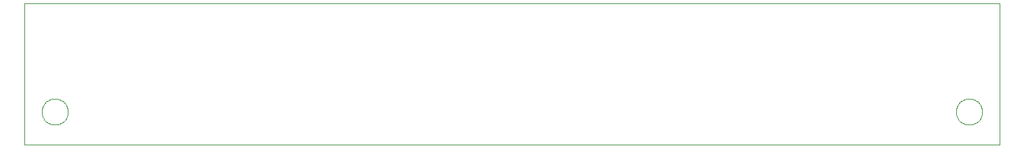
<source format=gko>
G75*
G70*
%OFA0B0*%
%FSLAX24Y24*%
%IPPOS*%
%LPD*%
%AMOC8*
5,1,8,0,0,1.08239X$1,22.5*
%
%ADD10C,0.0000*%
D10*
X000160Y000160D02*
X000160Y007160D01*
X048160Y007160D01*
X048160Y000160D01*
X000160Y000160D01*
X001015Y001780D02*
X001017Y001831D01*
X001023Y001881D01*
X001033Y001931D01*
X001047Y001979D01*
X001064Y002027D01*
X001085Y002073D01*
X001110Y002117D01*
X001138Y002159D01*
X001170Y002199D01*
X001204Y002236D01*
X001241Y002270D01*
X001281Y002302D01*
X001323Y002330D01*
X001367Y002355D01*
X001413Y002376D01*
X001461Y002393D01*
X001509Y002407D01*
X001559Y002417D01*
X001609Y002423D01*
X001660Y002425D01*
X001711Y002423D01*
X001761Y002417D01*
X001811Y002407D01*
X001859Y002393D01*
X001907Y002376D01*
X001953Y002355D01*
X001997Y002330D01*
X002039Y002302D01*
X002079Y002270D01*
X002116Y002236D01*
X002150Y002199D01*
X002182Y002159D01*
X002210Y002117D01*
X002235Y002073D01*
X002256Y002027D01*
X002273Y001979D01*
X002287Y001931D01*
X002297Y001881D01*
X002303Y001831D01*
X002305Y001780D01*
X002303Y001729D01*
X002297Y001679D01*
X002287Y001629D01*
X002273Y001581D01*
X002256Y001533D01*
X002235Y001487D01*
X002210Y001443D01*
X002182Y001401D01*
X002150Y001361D01*
X002116Y001324D01*
X002079Y001290D01*
X002039Y001258D01*
X001997Y001230D01*
X001953Y001205D01*
X001907Y001184D01*
X001859Y001167D01*
X001811Y001153D01*
X001761Y001143D01*
X001711Y001137D01*
X001660Y001135D01*
X001609Y001137D01*
X001559Y001143D01*
X001509Y001153D01*
X001461Y001167D01*
X001413Y001184D01*
X001367Y001205D01*
X001323Y001230D01*
X001281Y001258D01*
X001241Y001290D01*
X001204Y001324D01*
X001170Y001361D01*
X001138Y001401D01*
X001110Y001443D01*
X001085Y001487D01*
X001064Y001533D01*
X001047Y001581D01*
X001033Y001629D01*
X001023Y001679D01*
X001017Y001729D01*
X001015Y001780D01*
X046015Y001780D02*
X046017Y001831D01*
X046023Y001881D01*
X046033Y001931D01*
X046047Y001979D01*
X046064Y002027D01*
X046085Y002073D01*
X046110Y002117D01*
X046138Y002159D01*
X046170Y002199D01*
X046204Y002236D01*
X046241Y002270D01*
X046281Y002302D01*
X046323Y002330D01*
X046367Y002355D01*
X046413Y002376D01*
X046461Y002393D01*
X046509Y002407D01*
X046559Y002417D01*
X046609Y002423D01*
X046660Y002425D01*
X046711Y002423D01*
X046761Y002417D01*
X046811Y002407D01*
X046859Y002393D01*
X046907Y002376D01*
X046953Y002355D01*
X046997Y002330D01*
X047039Y002302D01*
X047079Y002270D01*
X047116Y002236D01*
X047150Y002199D01*
X047182Y002159D01*
X047210Y002117D01*
X047235Y002073D01*
X047256Y002027D01*
X047273Y001979D01*
X047287Y001931D01*
X047297Y001881D01*
X047303Y001831D01*
X047305Y001780D01*
X047303Y001729D01*
X047297Y001679D01*
X047287Y001629D01*
X047273Y001581D01*
X047256Y001533D01*
X047235Y001487D01*
X047210Y001443D01*
X047182Y001401D01*
X047150Y001361D01*
X047116Y001324D01*
X047079Y001290D01*
X047039Y001258D01*
X046997Y001230D01*
X046953Y001205D01*
X046907Y001184D01*
X046859Y001167D01*
X046811Y001153D01*
X046761Y001143D01*
X046711Y001137D01*
X046660Y001135D01*
X046609Y001137D01*
X046559Y001143D01*
X046509Y001153D01*
X046461Y001167D01*
X046413Y001184D01*
X046367Y001205D01*
X046323Y001230D01*
X046281Y001258D01*
X046241Y001290D01*
X046204Y001324D01*
X046170Y001361D01*
X046138Y001401D01*
X046110Y001443D01*
X046085Y001487D01*
X046064Y001533D01*
X046047Y001581D01*
X046033Y001629D01*
X046023Y001679D01*
X046017Y001729D01*
X046015Y001780D01*
M02*

</source>
